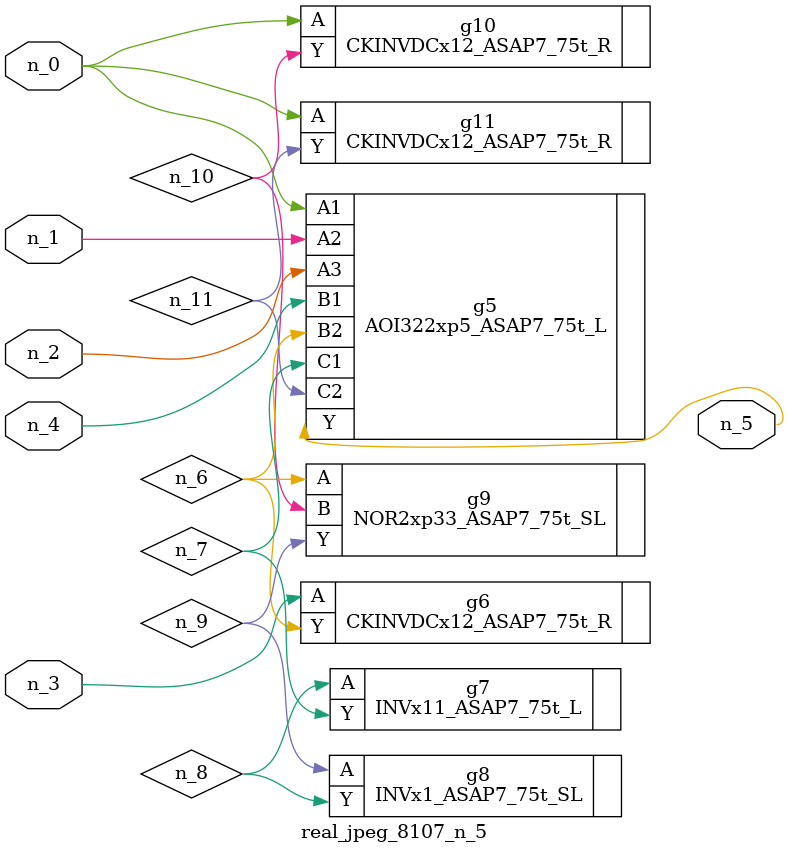
<source format=v>
module real_jpeg_8107_n_5 (n_4, n_0, n_1, n_2, n_3, n_5);

input n_4;
input n_0;
input n_1;
input n_2;
input n_3;

output n_5;

wire n_8;
wire n_11;
wire n_6;
wire n_7;
wire n_10;
wire n_9;

AOI322xp5_ASAP7_75t_L g5 ( 
.A1(n_0),
.A2(n_1),
.A3(n_2),
.B1(n_4),
.B2(n_6),
.C1(n_7),
.C2(n_11),
.Y(n_5)
);

CKINVDCx12_ASAP7_75t_R g10 ( 
.A(n_0),
.Y(n_10)
);

CKINVDCx12_ASAP7_75t_R g11 ( 
.A(n_0),
.Y(n_11)
);

CKINVDCx12_ASAP7_75t_R g6 ( 
.A(n_3),
.Y(n_6)
);

NOR2xp33_ASAP7_75t_SL g9 ( 
.A(n_6),
.B(n_10),
.Y(n_9)
);

INVx11_ASAP7_75t_L g7 ( 
.A(n_8),
.Y(n_7)
);

INVx1_ASAP7_75t_SL g8 ( 
.A(n_9),
.Y(n_8)
);


endmodule
</source>
